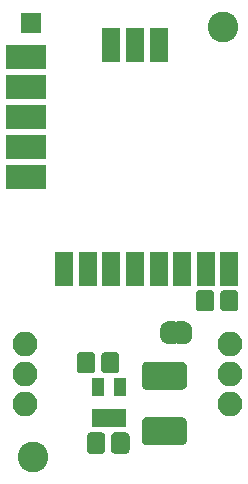
<source format=gbs>
G04 #@! TF.GenerationSoftware,KiCad,Pcbnew,(5.1.4)-1*
G04 #@! TF.CreationDate,2019-12-05T08:50:13+01:00*
G04 #@! TF.ProjectId,HM-LC-SW1-BA-PCB_mini_MAX1724,484d2d4c-432d-4535-9731-2d42412d5043,rev?*
G04 #@! TF.SameCoordinates,Original*
G04 #@! TF.FileFunction,Soldermask,Bot*
G04 #@! TF.FilePolarity,Negative*
%FSLAX46Y46*%
G04 Gerber Fmt 4.6, Leading zero omitted, Abs format (unit mm)*
G04 Created by KiCad (PCBNEW (5.1.4)-1) date 2019-12-05 08:50:13*
%MOMM*%
%LPD*%
G04 APERTURE LIST*
%ADD10O,2.100000X2.100000*%
%ADD11C,0.150000*%
%ADD12C,2.400000*%
%ADD13C,1.550000*%
%ADD14C,0.500000*%
%ADD15R,1.600000X2.924000*%
%ADD16R,1.050000X1.620000*%
%ADD17R,3.400000X2.100000*%
%ADD18C,2.600000*%
%ADD19R,1.750000X1.750000*%
G04 APERTURE END LIST*
D10*
X171300000Y-118680000D03*
X171300000Y-116140000D03*
X171300000Y-113600000D03*
D11*
G36*
X184584366Y-115102219D02*
G01*
X184629098Y-115108854D01*
X184672963Y-115119842D01*
X184715541Y-115135076D01*
X184756420Y-115154411D01*
X184795207Y-115177659D01*
X184831528Y-115204597D01*
X184865035Y-115234965D01*
X184895403Y-115268472D01*
X184922341Y-115304793D01*
X184945589Y-115343580D01*
X184964924Y-115384459D01*
X184980158Y-115427037D01*
X184991146Y-115470902D01*
X184997781Y-115515634D01*
X185000000Y-115560800D01*
X185000000Y-117039200D01*
X184997781Y-117084366D01*
X184991146Y-117129098D01*
X184980158Y-117172963D01*
X184964924Y-117215541D01*
X184945589Y-117256420D01*
X184922341Y-117295207D01*
X184895403Y-117331528D01*
X184865035Y-117365035D01*
X184831528Y-117395403D01*
X184795207Y-117422341D01*
X184756420Y-117445589D01*
X184715541Y-117464924D01*
X184672963Y-117480158D01*
X184629098Y-117491146D01*
X184584366Y-117497781D01*
X184539200Y-117500000D01*
X181660800Y-117500000D01*
X181615634Y-117497781D01*
X181570902Y-117491146D01*
X181527037Y-117480158D01*
X181484459Y-117464924D01*
X181443580Y-117445589D01*
X181404793Y-117422341D01*
X181368472Y-117395403D01*
X181334965Y-117365035D01*
X181304597Y-117331528D01*
X181277659Y-117295207D01*
X181254411Y-117256420D01*
X181235076Y-117215541D01*
X181219842Y-117172963D01*
X181208854Y-117129098D01*
X181202219Y-117084366D01*
X181200000Y-117039200D01*
X181200000Y-115560800D01*
X181202219Y-115515634D01*
X181208854Y-115470902D01*
X181219842Y-115427037D01*
X181235076Y-115384459D01*
X181254411Y-115343580D01*
X181277659Y-115304793D01*
X181304597Y-115268472D01*
X181334965Y-115234965D01*
X181368472Y-115204597D01*
X181404793Y-115177659D01*
X181443580Y-115154411D01*
X181484459Y-115135076D01*
X181527037Y-115119842D01*
X181570902Y-115108854D01*
X181615634Y-115102219D01*
X181660800Y-115100000D01*
X184539200Y-115100000D01*
X184584366Y-115102219D01*
X184584366Y-115102219D01*
G37*
D12*
X183100000Y-116300000D03*
D11*
G36*
X184584366Y-119802219D02*
G01*
X184629098Y-119808854D01*
X184672963Y-119819842D01*
X184715541Y-119835076D01*
X184756420Y-119854411D01*
X184795207Y-119877659D01*
X184831528Y-119904597D01*
X184865035Y-119934965D01*
X184895403Y-119968472D01*
X184922341Y-120004793D01*
X184945589Y-120043580D01*
X184964924Y-120084459D01*
X184980158Y-120127037D01*
X184991146Y-120170902D01*
X184997781Y-120215634D01*
X185000000Y-120260800D01*
X185000000Y-121739200D01*
X184997781Y-121784366D01*
X184991146Y-121829098D01*
X184980158Y-121872963D01*
X184964924Y-121915541D01*
X184945589Y-121956420D01*
X184922341Y-121995207D01*
X184895403Y-122031528D01*
X184865035Y-122065035D01*
X184831528Y-122095403D01*
X184795207Y-122122341D01*
X184756420Y-122145589D01*
X184715541Y-122164924D01*
X184672963Y-122180158D01*
X184629098Y-122191146D01*
X184584366Y-122197781D01*
X184539200Y-122200000D01*
X181660800Y-122200000D01*
X181615634Y-122197781D01*
X181570902Y-122191146D01*
X181527037Y-122180158D01*
X181484459Y-122164924D01*
X181443580Y-122145589D01*
X181404793Y-122122341D01*
X181368472Y-122095403D01*
X181334965Y-122065035D01*
X181304597Y-122031528D01*
X181277659Y-121995207D01*
X181254411Y-121956420D01*
X181235076Y-121915541D01*
X181219842Y-121872963D01*
X181208854Y-121829098D01*
X181202219Y-121784366D01*
X181200000Y-121739200D01*
X181200000Y-120260800D01*
X181202219Y-120215634D01*
X181208854Y-120170902D01*
X181219842Y-120127037D01*
X181235076Y-120084459D01*
X181254411Y-120043580D01*
X181277659Y-120004793D01*
X181304597Y-119968472D01*
X181334965Y-119934965D01*
X181368472Y-119904597D01*
X181404793Y-119877659D01*
X181443580Y-119854411D01*
X181484459Y-119835076D01*
X181527037Y-119819842D01*
X181570902Y-119808854D01*
X181615634Y-119802219D01*
X181660800Y-119800000D01*
X184539200Y-119800000D01*
X184584366Y-119802219D01*
X184584366Y-119802219D01*
G37*
D12*
X183100000Y-121000000D03*
D11*
G36*
X177796071Y-121101623D02*
G01*
X177828781Y-121106475D01*
X177860857Y-121114509D01*
X177891991Y-121125649D01*
X177921884Y-121139787D01*
X177950247Y-121156787D01*
X177976807Y-121176485D01*
X178001308Y-121198692D01*
X178023515Y-121223193D01*
X178043213Y-121249753D01*
X178060213Y-121278116D01*
X178074351Y-121308009D01*
X178085491Y-121339143D01*
X178093525Y-121371219D01*
X178098377Y-121403929D01*
X178100000Y-121436956D01*
X178100000Y-122563044D01*
X178098377Y-122596071D01*
X178093525Y-122628781D01*
X178085491Y-122660857D01*
X178074351Y-122691991D01*
X178060213Y-122721884D01*
X178043213Y-122750247D01*
X178023515Y-122776807D01*
X178001308Y-122801308D01*
X177976807Y-122823515D01*
X177950247Y-122843213D01*
X177921884Y-122860213D01*
X177891991Y-122874351D01*
X177860857Y-122885491D01*
X177828781Y-122893525D01*
X177796071Y-122898377D01*
X177763044Y-122900000D01*
X176886956Y-122900000D01*
X176853929Y-122898377D01*
X176821219Y-122893525D01*
X176789143Y-122885491D01*
X176758009Y-122874351D01*
X176728116Y-122860213D01*
X176699753Y-122843213D01*
X176673193Y-122823515D01*
X176648692Y-122801308D01*
X176626485Y-122776807D01*
X176606787Y-122750247D01*
X176589787Y-122721884D01*
X176575649Y-122691991D01*
X176564509Y-122660857D01*
X176556475Y-122628781D01*
X176551623Y-122596071D01*
X176550000Y-122563044D01*
X176550000Y-121436956D01*
X176551623Y-121403929D01*
X176556475Y-121371219D01*
X176564509Y-121339143D01*
X176575649Y-121308009D01*
X176589787Y-121278116D01*
X176606787Y-121249753D01*
X176626485Y-121223193D01*
X176648692Y-121198692D01*
X176673193Y-121176485D01*
X176699753Y-121156787D01*
X176728116Y-121139787D01*
X176758009Y-121125649D01*
X176789143Y-121114509D01*
X176821219Y-121106475D01*
X176853929Y-121101623D01*
X176886956Y-121100000D01*
X177763044Y-121100000D01*
X177796071Y-121101623D01*
X177796071Y-121101623D01*
G37*
D13*
X177325000Y-122000000D03*
D11*
G36*
X179846071Y-121101623D02*
G01*
X179878781Y-121106475D01*
X179910857Y-121114509D01*
X179941991Y-121125649D01*
X179971884Y-121139787D01*
X180000247Y-121156787D01*
X180026807Y-121176485D01*
X180051308Y-121198692D01*
X180073515Y-121223193D01*
X180093213Y-121249753D01*
X180110213Y-121278116D01*
X180124351Y-121308009D01*
X180135491Y-121339143D01*
X180143525Y-121371219D01*
X180148377Y-121403929D01*
X180150000Y-121436956D01*
X180150000Y-122563044D01*
X180148377Y-122596071D01*
X180143525Y-122628781D01*
X180135491Y-122660857D01*
X180124351Y-122691991D01*
X180110213Y-122721884D01*
X180093213Y-122750247D01*
X180073515Y-122776807D01*
X180051308Y-122801308D01*
X180026807Y-122823515D01*
X180000247Y-122843213D01*
X179971884Y-122860213D01*
X179941991Y-122874351D01*
X179910857Y-122885491D01*
X179878781Y-122893525D01*
X179846071Y-122898377D01*
X179813044Y-122900000D01*
X178936956Y-122900000D01*
X178903929Y-122898377D01*
X178871219Y-122893525D01*
X178839143Y-122885491D01*
X178808009Y-122874351D01*
X178778116Y-122860213D01*
X178749753Y-122843213D01*
X178723193Y-122823515D01*
X178698692Y-122801308D01*
X178676485Y-122776807D01*
X178656787Y-122750247D01*
X178639787Y-122721884D01*
X178625649Y-122691991D01*
X178614509Y-122660857D01*
X178606475Y-122628781D01*
X178601623Y-122596071D01*
X178600000Y-122563044D01*
X178600000Y-121436956D01*
X178601623Y-121403929D01*
X178606475Y-121371219D01*
X178614509Y-121339143D01*
X178625649Y-121308009D01*
X178639787Y-121278116D01*
X178656787Y-121249753D01*
X178676485Y-121223193D01*
X178698692Y-121198692D01*
X178723193Y-121176485D01*
X178749753Y-121156787D01*
X178778116Y-121139787D01*
X178808009Y-121125649D01*
X178839143Y-121114509D01*
X178871219Y-121106475D01*
X178903929Y-121101623D01*
X178936956Y-121100000D01*
X179813044Y-121100000D01*
X179846071Y-121101623D01*
X179846071Y-121101623D01*
G37*
D13*
X179375000Y-122000000D03*
D11*
G36*
X176946071Y-114301623D02*
G01*
X176978781Y-114306475D01*
X177010857Y-114314509D01*
X177041991Y-114325649D01*
X177071884Y-114339787D01*
X177100247Y-114356787D01*
X177126807Y-114376485D01*
X177151308Y-114398692D01*
X177173515Y-114423193D01*
X177193213Y-114449753D01*
X177210213Y-114478116D01*
X177224351Y-114508009D01*
X177235491Y-114539143D01*
X177243525Y-114571219D01*
X177248377Y-114603929D01*
X177250000Y-114636956D01*
X177250000Y-115763044D01*
X177248377Y-115796071D01*
X177243525Y-115828781D01*
X177235491Y-115860857D01*
X177224351Y-115891991D01*
X177210213Y-115921884D01*
X177193213Y-115950247D01*
X177173515Y-115976807D01*
X177151308Y-116001308D01*
X177126807Y-116023515D01*
X177100247Y-116043213D01*
X177071884Y-116060213D01*
X177041991Y-116074351D01*
X177010857Y-116085491D01*
X176978781Y-116093525D01*
X176946071Y-116098377D01*
X176913044Y-116100000D01*
X176036956Y-116100000D01*
X176003929Y-116098377D01*
X175971219Y-116093525D01*
X175939143Y-116085491D01*
X175908009Y-116074351D01*
X175878116Y-116060213D01*
X175849753Y-116043213D01*
X175823193Y-116023515D01*
X175798692Y-116001308D01*
X175776485Y-115976807D01*
X175756787Y-115950247D01*
X175739787Y-115921884D01*
X175725649Y-115891991D01*
X175714509Y-115860857D01*
X175706475Y-115828781D01*
X175701623Y-115796071D01*
X175700000Y-115763044D01*
X175700000Y-114636956D01*
X175701623Y-114603929D01*
X175706475Y-114571219D01*
X175714509Y-114539143D01*
X175725649Y-114508009D01*
X175739787Y-114478116D01*
X175756787Y-114449753D01*
X175776485Y-114423193D01*
X175798692Y-114398692D01*
X175823193Y-114376485D01*
X175849753Y-114356787D01*
X175878116Y-114339787D01*
X175908009Y-114325649D01*
X175939143Y-114314509D01*
X175971219Y-114306475D01*
X176003929Y-114301623D01*
X176036956Y-114300000D01*
X176913044Y-114300000D01*
X176946071Y-114301623D01*
X176946071Y-114301623D01*
G37*
D13*
X176475000Y-115200000D03*
D11*
G36*
X178996071Y-114301623D02*
G01*
X179028781Y-114306475D01*
X179060857Y-114314509D01*
X179091991Y-114325649D01*
X179121884Y-114339787D01*
X179150247Y-114356787D01*
X179176807Y-114376485D01*
X179201308Y-114398692D01*
X179223515Y-114423193D01*
X179243213Y-114449753D01*
X179260213Y-114478116D01*
X179274351Y-114508009D01*
X179285491Y-114539143D01*
X179293525Y-114571219D01*
X179298377Y-114603929D01*
X179300000Y-114636956D01*
X179300000Y-115763044D01*
X179298377Y-115796071D01*
X179293525Y-115828781D01*
X179285491Y-115860857D01*
X179274351Y-115891991D01*
X179260213Y-115921884D01*
X179243213Y-115950247D01*
X179223515Y-115976807D01*
X179201308Y-116001308D01*
X179176807Y-116023515D01*
X179150247Y-116043213D01*
X179121884Y-116060213D01*
X179091991Y-116074351D01*
X179060857Y-116085491D01*
X179028781Y-116093525D01*
X178996071Y-116098377D01*
X178963044Y-116100000D01*
X178086956Y-116100000D01*
X178053929Y-116098377D01*
X178021219Y-116093525D01*
X177989143Y-116085491D01*
X177958009Y-116074351D01*
X177928116Y-116060213D01*
X177899753Y-116043213D01*
X177873193Y-116023515D01*
X177848692Y-116001308D01*
X177826485Y-115976807D01*
X177806787Y-115950247D01*
X177789787Y-115921884D01*
X177775649Y-115891991D01*
X177764509Y-115860857D01*
X177756475Y-115828781D01*
X177751623Y-115796071D01*
X177750000Y-115763044D01*
X177750000Y-114636956D01*
X177751623Y-114603929D01*
X177756475Y-114571219D01*
X177764509Y-114539143D01*
X177775649Y-114508009D01*
X177789787Y-114478116D01*
X177806787Y-114449753D01*
X177826485Y-114423193D01*
X177848692Y-114398692D01*
X177873193Y-114376485D01*
X177899753Y-114356787D01*
X177928116Y-114339787D01*
X177958009Y-114325649D01*
X177989143Y-114314509D01*
X178021219Y-114306475D01*
X178053929Y-114301623D01*
X178086956Y-114300000D01*
X178963044Y-114300000D01*
X178996071Y-114301623D01*
X178996071Y-114301623D01*
G37*
D13*
X178525000Y-115200000D03*
D11*
G36*
X187021071Y-109051623D02*
G01*
X187053781Y-109056475D01*
X187085857Y-109064509D01*
X187116991Y-109075649D01*
X187146884Y-109089787D01*
X187175247Y-109106787D01*
X187201807Y-109126485D01*
X187226308Y-109148692D01*
X187248515Y-109173193D01*
X187268213Y-109199753D01*
X187285213Y-109228116D01*
X187299351Y-109258009D01*
X187310491Y-109289143D01*
X187318525Y-109321219D01*
X187323377Y-109353929D01*
X187325000Y-109386956D01*
X187325000Y-110513044D01*
X187323377Y-110546071D01*
X187318525Y-110578781D01*
X187310491Y-110610857D01*
X187299351Y-110641991D01*
X187285213Y-110671884D01*
X187268213Y-110700247D01*
X187248515Y-110726807D01*
X187226308Y-110751308D01*
X187201807Y-110773515D01*
X187175247Y-110793213D01*
X187146884Y-110810213D01*
X187116991Y-110824351D01*
X187085857Y-110835491D01*
X187053781Y-110843525D01*
X187021071Y-110848377D01*
X186988044Y-110850000D01*
X186111956Y-110850000D01*
X186078929Y-110848377D01*
X186046219Y-110843525D01*
X186014143Y-110835491D01*
X185983009Y-110824351D01*
X185953116Y-110810213D01*
X185924753Y-110793213D01*
X185898193Y-110773515D01*
X185873692Y-110751308D01*
X185851485Y-110726807D01*
X185831787Y-110700247D01*
X185814787Y-110671884D01*
X185800649Y-110641991D01*
X185789509Y-110610857D01*
X185781475Y-110578781D01*
X185776623Y-110546071D01*
X185775000Y-110513044D01*
X185775000Y-109386956D01*
X185776623Y-109353929D01*
X185781475Y-109321219D01*
X185789509Y-109289143D01*
X185800649Y-109258009D01*
X185814787Y-109228116D01*
X185831787Y-109199753D01*
X185851485Y-109173193D01*
X185873692Y-109148692D01*
X185898193Y-109126485D01*
X185924753Y-109106787D01*
X185953116Y-109089787D01*
X185983009Y-109075649D01*
X186014143Y-109064509D01*
X186046219Y-109056475D01*
X186078929Y-109051623D01*
X186111956Y-109050000D01*
X186988044Y-109050000D01*
X187021071Y-109051623D01*
X187021071Y-109051623D01*
G37*
D13*
X186550000Y-109950000D03*
D11*
G36*
X189071071Y-109051623D02*
G01*
X189103781Y-109056475D01*
X189135857Y-109064509D01*
X189166991Y-109075649D01*
X189196884Y-109089787D01*
X189225247Y-109106787D01*
X189251807Y-109126485D01*
X189276308Y-109148692D01*
X189298515Y-109173193D01*
X189318213Y-109199753D01*
X189335213Y-109228116D01*
X189349351Y-109258009D01*
X189360491Y-109289143D01*
X189368525Y-109321219D01*
X189373377Y-109353929D01*
X189375000Y-109386956D01*
X189375000Y-110513044D01*
X189373377Y-110546071D01*
X189368525Y-110578781D01*
X189360491Y-110610857D01*
X189349351Y-110641991D01*
X189335213Y-110671884D01*
X189318213Y-110700247D01*
X189298515Y-110726807D01*
X189276308Y-110751308D01*
X189251807Y-110773515D01*
X189225247Y-110793213D01*
X189196884Y-110810213D01*
X189166991Y-110824351D01*
X189135857Y-110835491D01*
X189103781Y-110843525D01*
X189071071Y-110848377D01*
X189038044Y-110850000D01*
X188161956Y-110850000D01*
X188128929Y-110848377D01*
X188096219Y-110843525D01*
X188064143Y-110835491D01*
X188033009Y-110824351D01*
X188003116Y-110810213D01*
X187974753Y-110793213D01*
X187948193Y-110773515D01*
X187923692Y-110751308D01*
X187901485Y-110726807D01*
X187881787Y-110700247D01*
X187864787Y-110671884D01*
X187850649Y-110641991D01*
X187839509Y-110610857D01*
X187831475Y-110578781D01*
X187826623Y-110546071D01*
X187825000Y-110513044D01*
X187825000Y-109386956D01*
X187826623Y-109353929D01*
X187831475Y-109321219D01*
X187839509Y-109289143D01*
X187850649Y-109258009D01*
X187864787Y-109228116D01*
X187881787Y-109199753D01*
X187901485Y-109173193D01*
X187923692Y-109148692D01*
X187948193Y-109126485D01*
X187974753Y-109106787D01*
X188003116Y-109089787D01*
X188033009Y-109075649D01*
X188064143Y-109064509D01*
X188096219Y-109056475D01*
X188128929Y-109051623D01*
X188161956Y-109050000D01*
X189038044Y-109050000D01*
X189071071Y-109051623D01*
X189071071Y-109051623D01*
G37*
D13*
X188600000Y-109950000D03*
D14*
X183450000Y-112650000D03*
D11*
G36*
X183443888Y-113599398D02*
G01*
X183425466Y-113599398D01*
X183405860Y-113598435D01*
X183357029Y-113593625D01*
X183337620Y-113590746D01*
X183289495Y-113581174D01*
X183270452Y-113576404D01*
X183223497Y-113562160D01*
X183205020Y-113555549D01*
X183159687Y-113536772D01*
X183141939Y-113528377D01*
X183098666Y-113505246D01*
X183081838Y-113495160D01*
X183041039Y-113467900D01*
X183025270Y-113456205D01*
X182987341Y-113425077D01*
X182972800Y-113411897D01*
X182938103Y-113377200D01*
X182924923Y-113362659D01*
X182893795Y-113324730D01*
X182882100Y-113308961D01*
X182854840Y-113268162D01*
X182844754Y-113251334D01*
X182821623Y-113208061D01*
X182813228Y-113190313D01*
X182794451Y-113144980D01*
X182787840Y-113126503D01*
X182773596Y-113079548D01*
X182768826Y-113060505D01*
X182759254Y-113012380D01*
X182756375Y-112992971D01*
X182751565Y-112944140D01*
X182750602Y-112924534D01*
X182750602Y-112906112D01*
X182750000Y-112900000D01*
X182750000Y-112400000D01*
X182750602Y-112393888D01*
X182750602Y-112375466D01*
X182751565Y-112355860D01*
X182756375Y-112307029D01*
X182759254Y-112287620D01*
X182768826Y-112239495D01*
X182773596Y-112220452D01*
X182787840Y-112173497D01*
X182794451Y-112155020D01*
X182813228Y-112109687D01*
X182821623Y-112091939D01*
X182844754Y-112048666D01*
X182854840Y-112031838D01*
X182882100Y-111991039D01*
X182893795Y-111975270D01*
X182924923Y-111937341D01*
X182938103Y-111922800D01*
X182972800Y-111888103D01*
X182987341Y-111874923D01*
X183025270Y-111843795D01*
X183041039Y-111832100D01*
X183081838Y-111804840D01*
X183098666Y-111794754D01*
X183141939Y-111771623D01*
X183159687Y-111763228D01*
X183205020Y-111744451D01*
X183223497Y-111737840D01*
X183270452Y-111723596D01*
X183289495Y-111718826D01*
X183337620Y-111709254D01*
X183357029Y-111706375D01*
X183405860Y-111701565D01*
X183425466Y-111700602D01*
X183443888Y-111700602D01*
X183450000Y-111700000D01*
X183950000Y-111700000D01*
X183989018Y-111703843D01*
X184026537Y-111715224D01*
X184061114Y-111733706D01*
X184091421Y-111758579D01*
X184116294Y-111788886D01*
X184134776Y-111823463D01*
X184146157Y-111860982D01*
X184150000Y-111900000D01*
X184150000Y-113400000D01*
X184146157Y-113439018D01*
X184134776Y-113476537D01*
X184116294Y-113511114D01*
X184091421Y-113541421D01*
X184061114Y-113566294D01*
X184026537Y-113584776D01*
X183989018Y-113596157D01*
X183950000Y-113600000D01*
X183450000Y-113600000D01*
X183443888Y-113599398D01*
X183443888Y-113599398D01*
G37*
D14*
X184750000Y-112650000D03*
D11*
G36*
X184210982Y-113596157D02*
G01*
X184173463Y-113584776D01*
X184138886Y-113566294D01*
X184108579Y-113541421D01*
X184083706Y-113511114D01*
X184065224Y-113476537D01*
X184053843Y-113439018D01*
X184050000Y-113400000D01*
X184050000Y-111900000D01*
X184053843Y-111860982D01*
X184065224Y-111823463D01*
X184083706Y-111788886D01*
X184108579Y-111758579D01*
X184138886Y-111733706D01*
X184173463Y-111715224D01*
X184210982Y-111703843D01*
X184250000Y-111700000D01*
X184750000Y-111700000D01*
X184756112Y-111700602D01*
X184774534Y-111700602D01*
X184794140Y-111701565D01*
X184842971Y-111706375D01*
X184862380Y-111709254D01*
X184910505Y-111718826D01*
X184929548Y-111723596D01*
X184976503Y-111737840D01*
X184994980Y-111744451D01*
X185040313Y-111763228D01*
X185058061Y-111771623D01*
X185101334Y-111794754D01*
X185118162Y-111804840D01*
X185158961Y-111832100D01*
X185174730Y-111843795D01*
X185212659Y-111874923D01*
X185227200Y-111888103D01*
X185261897Y-111922800D01*
X185275077Y-111937341D01*
X185306205Y-111975270D01*
X185317900Y-111991039D01*
X185345160Y-112031838D01*
X185355246Y-112048666D01*
X185378377Y-112091939D01*
X185386772Y-112109687D01*
X185405549Y-112155020D01*
X185412160Y-112173497D01*
X185426404Y-112220452D01*
X185431174Y-112239495D01*
X185440746Y-112287620D01*
X185443625Y-112307029D01*
X185448435Y-112355860D01*
X185449398Y-112375466D01*
X185449398Y-112393888D01*
X185450000Y-112400000D01*
X185450000Y-112900000D01*
X185449398Y-112906112D01*
X185449398Y-112924534D01*
X185448435Y-112944140D01*
X185443625Y-112992971D01*
X185440746Y-113012380D01*
X185431174Y-113060505D01*
X185426404Y-113079548D01*
X185412160Y-113126503D01*
X185405549Y-113144980D01*
X185386772Y-113190313D01*
X185378377Y-113208061D01*
X185355246Y-113251334D01*
X185345160Y-113268162D01*
X185317900Y-113308961D01*
X185306205Y-113324730D01*
X185275077Y-113362659D01*
X185261897Y-113377200D01*
X185227200Y-113411897D01*
X185212659Y-113425077D01*
X185174730Y-113456205D01*
X185158961Y-113467900D01*
X185118162Y-113495160D01*
X185101334Y-113505246D01*
X185058061Y-113528377D01*
X185040313Y-113536772D01*
X184994980Y-113555549D01*
X184976503Y-113562160D01*
X184929548Y-113576404D01*
X184910505Y-113581174D01*
X184862380Y-113590746D01*
X184842971Y-113593625D01*
X184794140Y-113598435D01*
X184774534Y-113599398D01*
X184756112Y-113599398D01*
X184750000Y-113600000D01*
X184250000Y-113600000D01*
X184210982Y-113596157D01*
X184210982Y-113596157D01*
G37*
D10*
X188658500Y-118681500D03*
X188658500Y-116141500D03*
X188658500Y-113601500D03*
D15*
X188610000Y-107282000D03*
X186610000Y-107282000D03*
X184610000Y-107282000D03*
X182610000Y-107282000D03*
X180610000Y-107282000D03*
X178610000Y-107282000D03*
X176610000Y-107282000D03*
X174610000Y-107282000D03*
X180610000Y-88282000D03*
X182610000Y-88282000D03*
X178610000Y-88282000D03*
D16*
X179350000Y-117240000D03*
X177450000Y-117240000D03*
X177450000Y-119860000D03*
X178400000Y-119860000D03*
X179350000Y-119860000D03*
D17*
X171410500Y-99441000D03*
X171410500Y-94361000D03*
X171410500Y-89281000D03*
X171386500Y-96901000D03*
X171386500Y-91821000D03*
D18*
X188087000Y-86741000D03*
X171958000Y-123190000D03*
D19*
X171831000Y-86423500D03*
M02*

</source>
